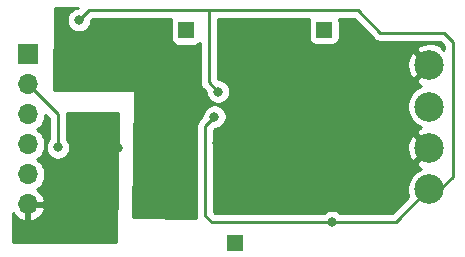
<source format=gbr>
%TF.GenerationSoftware,KiCad,Pcbnew,(5.1.6)-1*%
%TF.CreationDate,2020-11-03T17:55:30-08:00*%
%TF.ProjectId,adc_i2c_iso,6164635f-6932-4635-9f69-736f2e6b6963,rev?*%
%TF.SameCoordinates,Original*%
%TF.FileFunction,Copper,L2,Bot*%
%TF.FilePolarity,Positive*%
%FSLAX46Y46*%
G04 Gerber Fmt 4.6, Leading zero omitted, Abs format (unit mm)*
G04 Created by KiCad (PCBNEW (5.1.6)-1) date 2020-11-03 17:55:30*
%MOMM*%
%LPD*%
G01*
G04 APERTURE LIST*
%TA.AperFunction,ComponentPad*%
%ADD10R,1.350000X1.350000*%
%TD*%
%TA.AperFunction,ComponentPad*%
%ADD11R,1.700000X1.700000*%
%TD*%
%TA.AperFunction,ComponentPad*%
%ADD12O,1.700000X1.700000*%
%TD*%
%TA.AperFunction,ComponentPad*%
%ADD13C,2.500000*%
%TD*%
%TA.AperFunction,ViaPad*%
%ADD14C,0.800000*%
%TD*%
%TA.AperFunction,Conductor*%
%ADD15C,0.250000*%
%TD*%
%TA.AperFunction,Conductor*%
%ADD16C,0.254000*%
%TD*%
G04 APERTURE END LIST*
D10*
%TO.P,J4,1*%
%TO.N,Net-(C2-Pad1)*%
X113413540Y-91600020D03*
%TD*%
%TO.P,J3,1*%
%TO.N,Net-(C1-Pad1)*%
X117558820Y-109613700D03*
%TD*%
%TO.P,J1,1*%
%TO.N,Net-(J1-Pad1)*%
X125072140Y-91549220D03*
%TD*%
D11*
%TO.P,J5,1*%
%TO.N,Net-(J5-Pad1)*%
X100000000Y-93650000D03*
D12*
%TO.P,J5,2*%
%TO.N,+3V3*%
X100000000Y-96190000D03*
%TO.P,J5,3*%
%TO.N,Net-(J5-Pad3)*%
X100000000Y-98730000D03*
%TO.P,J5,4*%
%TO.N,Net-(J5-Pad4)*%
X100000000Y-101270000D03*
%TO.P,J5,5*%
%TO.N,Net-(J5-Pad5)*%
X100000000Y-103810000D03*
%TO.P,J5,6*%
%TO.N,GND*%
X100000000Y-106350000D03*
%TD*%
D13*
%TO.P,J2,4*%
%TO.N,GNDA*%
X134000000Y-94579800D03*
%TO.P,J2,3*%
%TO.N,PVIN*%
X134000000Y-98079800D03*
%TO.P,J2,2*%
%TO.N,GNDA*%
X134000000Y-101579800D03*
%TO.P,J2,1*%
%TO.N,VCC_ISO*%
X134000000Y-105079800D03*
%TD*%
D14*
%TO.N,GNDA*%
X119395240Y-96527620D03*
X107696000Y-92379800D03*
X110286800Y-104571800D03*
X122504200Y-106034840D03*
X114117120Y-96860358D03*
X116050060Y-101196140D03*
X127906780Y-94178120D03*
X119610374Y-105860368D03*
%TO.N,+3V3*%
X102539800Y-101523800D03*
%TO.N,GND*%
X107640120Y-101579680D03*
%TO.N,VCC_ISO*%
X104317800Y-90754200D03*
X125730000Y-107858560D03*
X115798600Y-98925380D03*
X116100000Y-96800000D03*
%TD*%
D15*
%TO.N,+3V3*%
X100000000Y-96190000D02*
X102539800Y-98729800D01*
X102539800Y-98729800D02*
X102539800Y-101523800D01*
X102539800Y-101523800D02*
X102539800Y-101523800D01*
%TO.N,VCC_ISO*%
X115313460Y-96022160D02*
X115313460Y-89916000D01*
X116095780Y-96804480D02*
X115313460Y-96022160D01*
X115013740Y-99710240D02*
X115798600Y-98925380D01*
X125730000Y-107858560D02*
X115552220Y-107858560D01*
X115013740Y-107320080D02*
X115013740Y-99710240D01*
X115552220Y-107858560D02*
X115013740Y-107320080D01*
X127926210Y-89926210D02*
X105145790Y-89926210D01*
X129848940Y-91848940D02*
X127926210Y-89926210D01*
X136000000Y-104000000D02*
X136000000Y-92625000D01*
X134920200Y-105079800D02*
X136000000Y-104000000D01*
X136000000Y-92625000D02*
X135223940Y-91848940D01*
X105145790Y-89926210D02*
X104317800Y-90754200D01*
X135223940Y-91848940D02*
X129848940Y-91848940D01*
X125730000Y-107858560D02*
X130202940Y-107858560D01*
X130202940Y-107858560D02*
X131141440Y-107858560D01*
X131141440Y-107858560D02*
X134000000Y-105000000D01*
%TD*%
D16*
%TO.N,GND*%
G36*
X107493957Y-109499400D02*
G01*
X98705568Y-109499400D01*
X98727394Y-107114894D01*
X98728359Y-107116920D01*
X98902412Y-107350269D01*
X99118645Y-107545178D01*
X99368748Y-107694157D01*
X99643109Y-107791481D01*
X99873000Y-107670814D01*
X99873000Y-106477000D01*
X100127000Y-106477000D01*
X100127000Y-107670814D01*
X100356891Y-107791481D01*
X100631252Y-107694157D01*
X100881355Y-107545178D01*
X101097588Y-107350269D01*
X101271641Y-107116920D01*
X101396825Y-106854099D01*
X101441476Y-106706890D01*
X101320155Y-106477000D01*
X100127000Y-106477000D01*
X99873000Y-106477000D01*
X99853000Y-106477000D01*
X99853000Y-106223000D01*
X99873000Y-106223000D01*
X99873000Y-106203000D01*
X100127000Y-106203000D01*
X100127000Y-106223000D01*
X101320155Y-106223000D01*
X101441476Y-105993110D01*
X101396825Y-105845901D01*
X101271641Y-105583080D01*
X101097588Y-105349731D01*
X100881355Y-105154822D01*
X100764466Y-105085195D01*
X100946632Y-104963475D01*
X101153475Y-104756632D01*
X101315990Y-104513411D01*
X101427932Y-104243158D01*
X101485000Y-103956260D01*
X101485000Y-103663740D01*
X101427932Y-103376842D01*
X101315990Y-103106589D01*
X101153475Y-102863368D01*
X100946632Y-102656525D01*
X100772240Y-102540000D01*
X100946632Y-102423475D01*
X101153475Y-102216632D01*
X101315990Y-101973411D01*
X101427932Y-101703158D01*
X101485000Y-101416260D01*
X101485000Y-101123740D01*
X101427932Y-100836842D01*
X101315990Y-100566589D01*
X101153475Y-100323368D01*
X100946632Y-100116525D01*
X100772240Y-100000000D01*
X100946632Y-99883475D01*
X101153475Y-99676632D01*
X101315990Y-99433411D01*
X101427932Y-99163158D01*
X101485000Y-98876260D01*
X101485000Y-98749802D01*
X101779800Y-99044602D01*
X101779801Y-100820088D01*
X101735863Y-100864026D01*
X101622595Y-101033544D01*
X101544574Y-101221902D01*
X101504800Y-101421861D01*
X101504800Y-101625739D01*
X101544574Y-101825698D01*
X101622595Y-102014056D01*
X101735863Y-102183574D01*
X101880026Y-102327737D01*
X102049544Y-102441005D01*
X102237902Y-102519026D01*
X102437861Y-102558800D01*
X102641739Y-102558800D01*
X102841698Y-102519026D01*
X103030056Y-102441005D01*
X103199574Y-102327737D01*
X103343737Y-102183574D01*
X103457005Y-102014056D01*
X103535026Y-101825698D01*
X103574800Y-101625739D01*
X103574800Y-101421861D01*
X103535026Y-101221902D01*
X103457005Y-101033544D01*
X103343737Y-100864026D01*
X103299800Y-100820089D01*
X103299800Y-98767133D01*
X103303477Y-98729800D01*
X103295972Y-98653600D01*
X107593232Y-98653600D01*
X107493957Y-109499400D01*
G37*
X107493957Y-109499400D02*
X98705568Y-109499400D01*
X98727394Y-107114894D01*
X98728359Y-107116920D01*
X98902412Y-107350269D01*
X99118645Y-107545178D01*
X99368748Y-107694157D01*
X99643109Y-107791481D01*
X99873000Y-107670814D01*
X99873000Y-106477000D01*
X100127000Y-106477000D01*
X100127000Y-107670814D01*
X100356891Y-107791481D01*
X100631252Y-107694157D01*
X100881355Y-107545178D01*
X101097588Y-107350269D01*
X101271641Y-107116920D01*
X101396825Y-106854099D01*
X101441476Y-106706890D01*
X101320155Y-106477000D01*
X100127000Y-106477000D01*
X99873000Y-106477000D01*
X99853000Y-106477000D01*
X99853000Y-106223000D01*
X99873000Y-106223000D01*
X99873000Y-106203000D01*
X100127000Y-106203000D01*
X100127000Y-106223000D01*
X101320155Y-106223000D01*
X101441476Y-105993110D01*
X101396825Y-105845901D01*
X101271641Y-105583080D01*
X101097588Y-105349731D01*
X100881355Y-105154822D01*
X100764466Y-105085195D01*
X100946632Y-104963475D01*
X101153475Y-104756632D01*
X101315990Y-104513411D01*
X101427932Y-104243158D01*
X101485000Y-103956260D01*
X101485000Y-103663740D01*
X101427932Y-103376842D01*
X101315990Y-103106589D01*
X101153475Y-102863368D01*
X100946632Y-102656525D01*
X100772240Y-102540000D01*
X100946632Y-102423475D01*
X101153475Y-102216632D01*
X101315990Y-101973411D01*
X101427932Y-101703158D01*
X101485000Y-101416260D01*
X101485000Y-101123740D01*
X101427932Y-100836842D01*
X101315990Y-100566589D01*
X101153475Y-100323368D01*
X100946632Y-100116525D01*
X100772240Y-100000000D01*
X100946632Y-99883475D01*
X101153475Y-99676632D01*
X101315990Y-99433411D01*
X101427932Y-99163158D01*
X101485000Y-98876260D01*
X101485000Y-98749802D01*
X101779800Y-99044602D01*
X101779801Y-100820088D01*
X101735863Y-100864026D01*
X101622595Y-101033544D01*
X101544574Y-101221902D01*
X101504800Y-101421861D01*
X101504800Y-101625739D01*
X101544574Y-101825698D01*
X101622595Y-102014056D01*
X101735863Y-102183574D01*
X101880026Y-102327737D01*
X102049544Y-102441005D01*
X102237902Y-102519026D01*
X102437861Y-102558800D01*
X102641739Y-102558800D01*
X102841698Y-102519026D01*
X103030056Y-102441005D01*
X103199574Y-102327737D01*
X103343737Y-102183574D01*
X103457005Y-102014056D01*
X103535026Y-101825698D01*
X103574800Y-101625739D01*
X103574800Y-101421861D01*
X103535026Y-101221902D01*
X103457005Y-101033544D01*
X103343737Y-100864026D01*
X103299800Y-100820089D01*
X103299800Y-98767133D01*
X103303477Y-98729800D01*
X103295972Y-98653600D01*
X107593232Y-98653600D01*
X107493957Y-109499400D01*
%TO.N,GNDA*%
G36*
X104278252Y-89718946D02*
G01*
X104277998Y-89719200D01*
X104215861Y-89719200D01*
X104015902Y-89758974D01*
X103827544Y-89836995D01*
X103658026Y-89950263D01*
X103513863Y-90094426D01*
X103400595Y-90263944D01*
X103322574Y-90452302D01*
X103282800Y-90652261D01*
X103282800Y-90856139D01*
X103322574Y-91056098D01*
X103400595Y-91244456D01*
X103513863Y-91413974D01*
X103658026Y-91558137D01*
X103827544Y-91671405D01*
X104015902Y-91749426D01*
X104215861Y-91789200D01*
X104419739Y-91789200D01*
X104619698Y-91749426D01*
X104808056Y-91671405D01*
X104977574Y-91558137D01*
X105121737Y-91413974D01*
X105235005Y-91244456D01*
X105313026Y-91056098D01*
X105352800Y-90856139D01*
X105352800Y-90794002D01*
X105460592Y-90686210D01*
X112147409Y-90686210D01*
X112112728Y-90800538D01*
X112100468Y-90925020D01*
X112100468Y-92275020D01*
X112112728Y-92399502D01*
X112149038Y-92519200D01*
X112208003Y-92629514D01*
X112287355Y-92726205D01*
X112384046Y-92805557D01*
X112494360Y-92864522D01*
X112614058Y-92900832D01*
X112738540Y-92913092D01*
X114088540Y-92913092D01*
X114213022Y-92900832D01*
X114332720Y-92864522D01*
X114443034Y-92805557D01*
X114539725Y-92726205D01*
X114553461Y-92709468D01*
X114553460Y-95984837D01*
X114549784Y-96022160D01*
X114553460Y-96059482D01*
X114553460Y-96059492D01*
X114564457Y-96171145D01*
X114606242Y-96308894D01*
X114607914Y-96314406D01*
X114678486Y-96446436D01*
X114700442Y-96473189D01*
X114773459Y-96562161D01*
X114802462Y-96585963D01*
X115065000Y-96848501D01*
X115065000Y-96901939D01*
X115104774Y-97101898D01*
X115182795Y-97290256D01*
X115296063Y-97459774D01*
X115440226Y-97603937D01*
X115609744Y-97717205D01*
X115798102Y-97795226D01*
X115998061Y-97835000D01*
X116201939Y-97835000D01*
X116401898Y-97795226D01*
X116590256Y-97717205D01*
X116759774Y-97603937D01*
X116903937Y-97459774D01*
X117017205Y-97290256D01*
X117095226Y-97101898D01*
X117135000Y-96901939D01*
X117135000Y-96698061D01*
X117095226Y-96498102D01*
X117017205Y-96309744D01*
X116903937Y-96140226D01*
X116759774Y-95996063D01*
X116590256Y-95882795D01*
X116401898Y-95804774D01*
X116201939Y-95765000D01*
X116131101Y-95765000D01*
X116073460Y-95707359D01*
X116073460Y-94632506D01*
X132106611Y-94632506D01*
X132153275Y-95000875D01*
X132270906Y-95353062D01*
X132396423Y-95587886D01*
X132686395Y-95713800D01*
X133820395Y-94579800D01*
X132686395Y-93445800D01*
X132396423Y-93571714D01*
X132230567Y-93903926D01*
X132132710Y-94262112D01*
X132106611Y-94632506D01*
X116073460Y-94632506D01*
X116073460Y-90686210D01*
X123790599Y-90686210D01*
X123771328Y-90749738D01*
X123759068Y-90874220D01*
X123759068Y-92224220D01*
X123771328Y-92348702D01*
X123807638Y-92468400D01*
X123866603Y-92578714D01*
X123945955Y-92675405D01*
X124042646Y-92754757D01*
X124152960Y-92813722D01*
X124272658Y-92850032D01*
X124397140Y-92862292D01*
X125747140Y-92862292D01*
X125871622Y-92850032D01*
X125991320Y-92813722D01*
X126101634Y-92754757D01*
X126198325Y-92675405D01*
X126277677Y-92578714D01*
X126336642Y-92468400D01*
X126372952Y-92348702D01*
X126385212Y-92224220D01*
X126385212Y-90874220D01*
X126372952Y-90749738D01*
X126353681Y-90686210D01*
X127611409Y-90686210D01*
X129285140Y-92359942D01*
X129308939Y-92388941D01*
X129424664Y-92483914D01*
X129556693Y-92554486D01*
X129699954Y-92597943D01*
X129811607Y-92608940D01*
X129811617Y-92608940D01*
X129848940Y-92612616D01*
X129886263Y-92608940D01*
X134909139Y-92608940D01*
X135240001Y-92939803D01*
X135240001Y-93160191D01*
X135133999Y-93266193D01*
X135008086Y-92976223D01*
X134675874Y-92810367D01*
X134317688Y-92712510D01*
X133947294Y-92686411D01*
X133578925Y-92733075D01*
X133226738Y-92850706D01*
X132991914Y-92976223D01*
X132866000Y-93266195D01*
X134000000Y-94400195D01*
X134014143Y-94386053D01*
X134193748Y-94565658D01*
X134179605Y-94579800D01*
X134193748Y-94593943D01*
X134014143Y-94773548D01*
X134000000Y-94759405D01*
X132866000Y-95893405D01*
X132991914Y-96183377D01*
X133291518Y-96332953D01*
X133107118Y-96409334D01*
X132798382Y-96615625D01*
X132535825Y-96878182D01*
X132329534Y-97186918D01*
X132187439Y-97529966D01*
X132115000Y-97894144D01*
X132115000Y-98265456D01*
X132187439Y-98629634D01*
X132329534Y-98972682D01*
X132535825Y-99281418D01*
X132798382Y-99543975D01*
X133107118Y-99750266D01*
X133294756Y-99827988D01*
X133226738Y-99850706D01*
X132991914Y-99976223D01*
X132866000Y-100266195D01*
X134000000Y-101400195D01*
X134014143Y-101386053D01*
X134193748Y-101565658D01*
X134179605Y-101579800D01*
X134193748Y-101593943D01*
X134014143Y-101773548D01*
X134000000Y-101759405D01*
X132866000Y-102893405D01*
X132991914Y-103183377D01*
X133291518Y-103332953D01*
X133107118Y-103409334D01*
X132798382Y-103615625D01*
X132535825Y-103878182D01*
X132329534Y-104186918D01*
X132187439Y-104529966D01*
X132115000Y-104894144D01*
X132115000Y-105265456D01*
X132187439Y-105629634D01*
X132219108Y-105706090D01*
X130826639Y-107098560D01*
X126433711Y-107098560D01*
X126389774Y-107054623D01*
X126220256Y-106941355D01*
X126031898Y-106863334D01*
X125831939Y-106823560D01*
X125628061Y-106823560D01*
X125428102Y-106863334D01*
X125239744Y-106941355D01*
X125070226Y-107054623D01*
X125026289Y-107098560D01*
X115867022Y-107098560D01*
X115773740Y-107005279D01*
X115773740Y-101632506D01*
X132106611Y-101632506D01*
X132153275Y-102000875D01*
X132270906Y-102353062D01*
X132396423Y-102587886D01*
X132686395Y-102713800D01*
X133820395Y-101579800D01*
X132686395Y-100445800D01*
X132396423Y-100571714D01*
X132230567Y-100903926D01*
X132132710Y-101262112D01*
X132106611Y-101632506D01*
X115773740Y-101632506D01*
X115773740Y-100025041D01*
X115838401Y-99960380D01*
X115900539Y-99960380D01*
X116100498Y-99920606D01*
X116288856Y-99842585D01*
X116458374Y-99729317D01*
X116602537Y-99585154D01*
X116715805Y-99415636D01*
X116793826Y-99227278D01*
X116833600Y-99027319D01*
X116833600Y-98823441D01*
X116793826Y-98623482D01*
X116715805Y-98435124D01*
X116602537Y-98265606D01*
X116458374Y-98121443D01*
X116288856Y-98008175D01*
X116100498Y-97930154D01*
X115900539Y-97890380D01*
X115696661Y-97890380D01*
X115496702Y-97930154D01*
X115308344Y-98008175D01*
X115138826Y-98121443D01*
X114994663Y-98265606D01*
X114881395Y-98435124D01*
X114803374Y-98623482D01*
X114763600Y-98823441D01*
X114763600Y-98885579D01*
X114502738Y-99146441D01*
X114473740Y-99170239D01*
X114449942Y-99199237D01*
X114449941Y-99199238D01*
X114378766Y-99285964D01*
X114308194Y-99417994D01*
X114277920Y-99517798D01*
X114269980Y-99543975D01*
X114264738Y-99561255D01*
X114250064Y-99710240D01*
X114253741Y-99747572D01*
X114253740Y-107282758D01*
X114250064Y-107320080D01*
X114253740Y-107357402D01*
X114253740Y-107357412D01*
X114264737Y-107469065D01*
X114264784Y-107469220D01*
X108891523Y-107442636D01*
X109035838Y-96788420D01*
X109033734Y-96763613D01*
X109026830Y-96739693D01*
X109015393Y-96717579D01*
X108999861Y-96698122D01*
X108980831Y-96682069D01*
X108959036Y-96670036D01*
X108935311Y-96662487D01*
X108908379Y-96659701D01*
X102192469Y-96684621D01*
X102296612Y-89713165D01*
X104278252Y-89718946D01*
G37*
X104278252Y-89718946D02*
X104277998Y-89719200D01*
X104215861Y-89719200D01*
X104015902Y-89758974D01*
X103827544Y-89836995D01*
X103658026Y-89950263D01*
X103513863Y-90094426D01*
X103400595Y-90263944D01*
X103322574Y-90452302D01*
X103282800Y-90652261D01*
X103282800Y-90856139D01*
X103322574Y-91056098D01*
X103400595Y-91244456D01*
X103513863Y-91413974D01*
X103658026Y-91558137D01*
X103827544Y-91671405D01*
X104015902Y-91749426D01*
X104215861Y-91789200D01*
X104419739Y-91789200D01*
X104619698Y-91749426D01*
X104808056Y-91671405D01*
X104977574Y-91558137D01*
X105121737Y-91413974D01*
X105235005Y-91244456D01*
X105313026Y-91056098D01*
X105352800Y-90856139D01*
X105352800Y-90794002D01*
X105460592Y-90686210D01*
X112147409Y-90686210D01*
X112112728Y-90800538D01*
X112100468Y-90925020D01*
X112100468Y-92275020D01*
X112112728Y-92399502D01*
X112149038Y-92519200D01*
X112208003Y-92629514D01*
X112287355Y-92726205D01*
X112384046Y-92805557D01*
X112494360Y-92864522D01*
X112614058Y-92900832D01*
X112738540Y-92913092D01*
X114088540Y-92913092D01*
X114213022Y-92900832D01*
X114332720Y-92864522D01*
X114443034Y-92805557D01*
X114539725Y-92726205D01*
X114553461Y-92709468D01*
X114553460Y-95984837D01*
X114549784Y-96022160D01*
X114553460Y-96059482D01*
X114553460Y-96059492D01*
X114564457Y-96171145D01*
X114606242Y-96308894D01*
X114607914Y-96314406D01*
X114678486Y-96446436D01*
X114700442Y-96473189D01*
X114773459Y-96562161D01*
X114802462Y-96585963D01*
X115065000Y-96848501D01*
X115065000Y-96901939D01*
X115104774Y-97101898D01*
X115182795Y-97290256D01*
X115296063Y-97459774D01*
X115440226Y-97603937D01*
X115609744Y-97717205D01*
X115798102Y-97795226D01*
X115998061Y-97835000D01*
X116201939Y-97835000D01*
X116401898Y-97795226D01*
X116590256Y-97717205D01*
X116759774Y-97603937D01*
X116903937Y-97459774D01*
X117017205Y-97290256D01*
X117095226Y-97101898D01*
X117135000Y-96901939D01*
X117135000Y-96698061D01*
X117095226Y-96498102D01*
X117017205Y-96309744D01*
X116903937Y-96140226D01*
X116759774Y-95996063D01*
X116590256Y-95882795D01*
X116401898Y-95804774D01*
X116201939Y-95765000D01*
X116131101Y-95765000D01*
X116073460Y-95707359D01*
X116073460Y-94632506D01*
X132106611Y-94632506D01*
X132153275Y-95000875D01*
X132270906Y-95353062D01*
X132396423Y-95587886D01*
X132686395Y-95713800D01*
X133820395Y-94579800D01*
X132686395Y-93445800D01*
X132396423Y-93571714D01*
X132230567Y-93903926D01*
X132132710Y-94262112D01*
X132106611Y-94632506D01*
X116073460Y-94632506D01*
X116073460Y-90686210D01*
X123790599Y-90686210D01*
X123771328Y-90749738D01*
X123759068Y-90874220D01*
X123759068Y-92224220D01*
X123771328Y-92348702D01*
X123807638Y-92468400D01*
X123866603Y-92578714D01*
X123945955Y-92675405D01*
X124042646Y-92754757D01*
X124152960Y-92813722D01*
X124272658Y-92850032D01*
X124397140Y-92862292D01*
X125747140Y-92862292D01*
X125871622Y-92850032D01*
X125991320Y-92813722D01*
X126101634Y-92754757D01*
X126198325Y-92675405D01*
X126277677Y-92578714D01*
X126336642Y-92468400D01*
X126372952Y-92348702D01*
X126385212Y-92224220D01*
X126385212Y-90874220D01*
X126372952Y-90749738D01*
X126353681Y-90686210D01*
X127611409Y-90686210D01*
X129285140Y-92359942D01*
X129308939Y-92388941D01*
X129424664Y-92483914D01*
X129556693Y-92554486D01*
X129699954Y-92597943D01*
X129811607Y-92608940D01*
X129811617Y-92608940D01*
X129848940Y-92612616D01*
X129886263Y-92608940D01*
X134909139Y-92608940D01*
X135240001Y-92939803D01*
X135240001Y-93160191D01*
X135133999Y-93266193D01*
X135008086Y-92976223D01*
X134675874Y-92810367D01*
X134317688Y-92712510D01*
X133947294Y-92686411D01*
X133578925Y-92733075D01*
X133226738Y-92850706D01*
X132991914Y-92976223D01*
X132866000Y-93266195D01*
X134000000Y-94400195D01*
X134014143Y-94386053D01*
X134193748Y-94565658D01*
X134179605Y-94579800D01*
X134193748Y-94593943D01*
X134014143Y-94773548D01*
X134000000Y-94759405D01*
X132866000Y-95893405D01*
X132991914Y-96183377D01*
X133291518Y-96332953D01*
X133107118Y-96409334D01*
X132798382Y-96615625D01*
X132535825Y-96878182D01*
X132329534Y-97186918D01*
X132187439Y-97529966D01*
X132115000Y-97894144D01*
X132115000Y-98265456D01*
X132187439Y-98629634D01*
X132329534Y-98972682D01*
X132535825Y-99281418D01*
X132798382Y-99543975D01*
X133107118Y-99750266D01*
X133294756Y-99827988D01*
X133226738Y-99850706D01*
X132991914Y-99976223D01*
X132866000Y-100266195D01*
X134000000Y-101400195D01*
X134014143Y-101386053D01*
X134193748Y-101565658D01*
X134179605Y-101579800D01*
X134193748Y-101593943D01*
X134014143Y-101773548D01*
X134000000Y-101759405D01*
X132866000Y-102893405D01*
X132991914Y-103183377D01*
X133291518Y-103332953D01*
X133107118Y-103409334D01*
X132798382Y-103615625D01*
X132535825Y-103878182D01*
X132329534Y-104186918D01*
X132187439Y-104529966D01*
X132115000Y-104894144D01*
X132115000Y-105265456D01*
X132187439Y-105629634D01*
X132219108Y-105706090D01*
X130826639Y-107098560D01*
X126433711Y-107098560D01*
X126389774Y-107054623D01*
X126220256Y-106941355D01*
X126031898Y-106863334D01*
X125831939Y-106823560D01*
X125628061Y-106823560D01*
X125428102Y-106863334D01*
X125239744Y-106941355D01*
X125070226Y-107054623D01*
X125026289Y-107098560D01*
X115867022Y-107098560D01*
X115773740Y-107005279D01*
X115773740Y-101632506D01*
X132106611Y-101632506D01*
X132153275Y-102000875D01*
X132270906Y-102353062D01*
X132396423Y-102587886D01*
X132686395Y-102713800D01*
X133820395Y-101579800D01*
X132686395Y-100445800D01*
X132396423Y-100571714D01*
X132230567Y-100903926D01*
X132132710Y-101262112D01*
X132106611Y-101632506D01*
X115773740Y-101632506D01*
X115773740Y-100025041D01*
X115838401Y-99960380D01*
X115900539Y-99960380D01*
X116100498Y-99920606D01*
X116288856Y-99842585D01*
X116458374Y-99729317D01*
X116602537Y-99585154D01*
X116715805Y-99415636D01*
X116793826Y-99227278D01*
X116833600Y-99027319D01*
X116833600Y-98823441D01*
X116793826Y-98623482D01*
X116715805Y-98435124D01*
X116602537Y-98265606D01*
X116458374Y-98121443D01*
X116288856Y-98008175D01*
X116100498Y-97930154D01*
X115900539Y-97890380D01*
X115696661Y-97890380D01*
X115496702Y-97930154D01*
X115308344Y-98008175D01*
X115138826Y-98121443D01*
X114994663Y-98265606D01*
X114881395Y-98435124D01*
X114803374Y-98623482D01*
X114763600Y-98823441D01*
X114763600Y-98885579D01*
X114502738Y-99146441D01*
X114473740Y-99170239D01*
X114449942Y-99199237D01*
X114449941Y-99199238D01*
X114378766Y-99285964D01*
X114308194Y-99417994D01*
X114277920Y-99517798D01*
X114269980Y-99543975D01*
X114264738Y-99561255D01*
X114250064Y-99710240D01*
X114253741Y-99747572D01*
X114253740Y-107282758D01*
X114250064Y-107320080D01*
X114253740Y-107357402D01*
X114253740Y-107357412D01*
X114264737Y-107469065D01*
X114264784Y-107469220D01*
X108891523Y-107442636D01*
X109035838Y-96788420D01*
X109033734Y-96763613D01*
X109026830Y-96739693D01*
X109015393Y-96717579D01*
X108999861Y-96698122D01*
X108980831Y-96682069D01*
X108959036Y-96670036D01*
X108935311Y-96662487D01*
X108908379Y-96659701D01*
X102192469Y-96684621D01*
X102296612Y-89713165D01*
X104278252Y-89718946D01*
%TD*%
M02*

</source>
